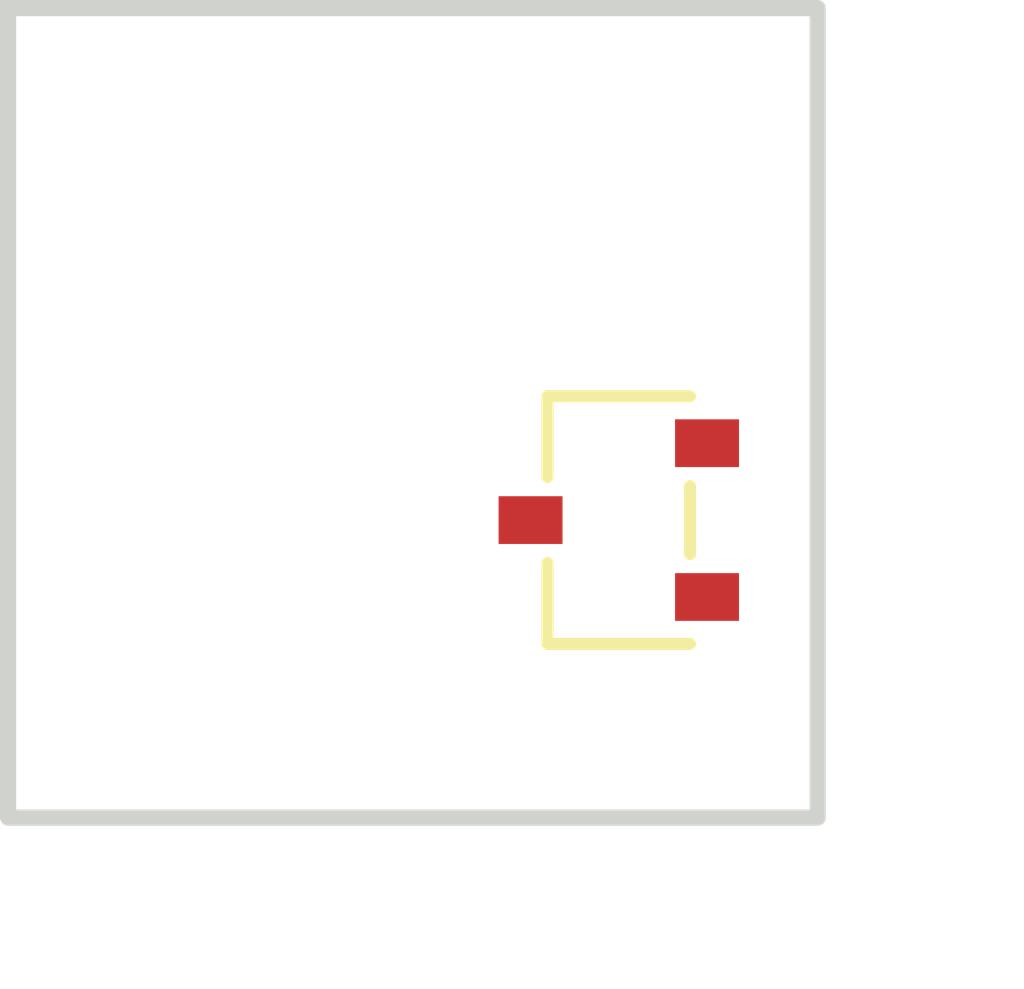
<source format=kicad_pcb>
(kicad_pcb (version 20240108) (generator "pcbnew") (generator_version "8.0")
  (layers (0 "F.Cu" signal) (31 "B.Cu" signal) (34 "B.Paste" user) (35 "F.Paste" user) (36 "B.SilkS" user "B.Silkscreen") (37 "F.SilkS" user "F.Silkscreen") (38 "B.Mask" user) (39 "F.Mask" user) (44 "Edge.Cuts" user))
  (net 0 "")
  (footprint ".pretty:SOT-23F_L2.9-W1.8-P0.95-LS2.4-BR" (layer "F.Cu") (at 153.289 81.2038)
    (property "Reference" "U1" (hide yes))
    (property "Value" "TCS40DPR,LF")
    (fp_line (start -0.88 -1.53) (end -0.88 -0.53) (stroke (width 0.15)) (layer "F.SilkS"))
    (fp_line (start -0.88 1.53) (end -0.88 0.53) (stroke (width 0.15)) (layer "F.SilkS"))
    (fp_line (start 0.88 -1.53) (end -0.88 -1.53) (stroke (width 0.15)) (layer "F.SilkS"))
    (fp_line (start 0.88 -0.42) (end 0.88 0.42) (stroke (width 0.15)) (layer "F.SilkS"))
    (fp_line (start 0.88 1.53) (end -0.88 1.53) (stroke (width 0.15)) (layer "F.SilkS"))
    (pad "1" smd rect (at 1.09 0.95) (size 0.79 0.59) (layers "F.Cu" "F.Paste" "F.Mask"))
    (pad "2" smd rect (at 1.09 -0.95) (size 0.79 0.59) (layers "F.Cu" "F.Paste" "F.Mask"))
    (pad "3" smd rect (at -1.09 0) (size 0.79 0.59) (layers "F.Cu" "F.Paste" "F.Mask"))
  )
  (gr_rect (start 145.7452 74.8792) (end 155.7452 84.8792) (stroke (width 0.2)) (fill none) (layer "Edge.Cuts"))
)
</source>
